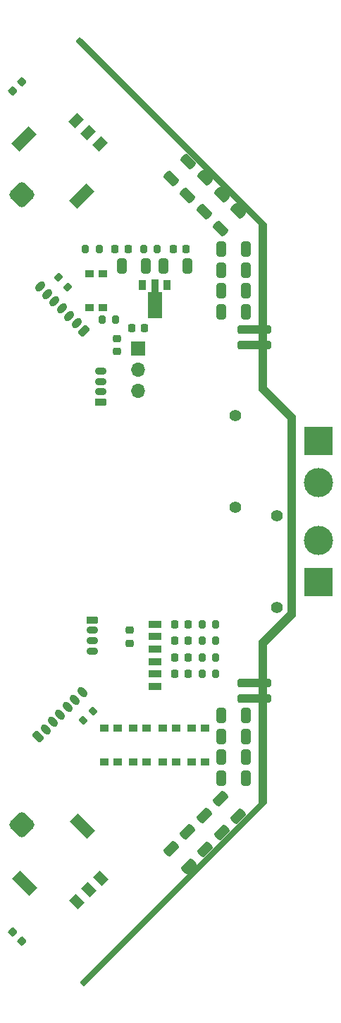
<source format=gbr>
%TF.GenerationSoftware,KiCad,Pcbnew,(6.0.8)*%
%TF.CreationDate,2022-10-14T22:36:05+09:00*%
%TF.ProjectId,ORION_VV_driver_v2,4f52494f-4e5f-4565-965f-647269766572,rev?*%
%TF.SameCoordinates,Original*%
%TF.FileFunction,Soldermask,Top*%
%TF.FilePolarity,Negative*%
%FSLAX46Y46*%
G04 Gerber Fmt 4.6, Leading zero omitted, Abs format (unit mm)*
G04 Created by KiCad (PCBNEW (6.0.8)) date 2022-10-14 22:36:05*
%MOMM*%
%LPD*%
G01*
G04 APERTURE LIST*
G04 Aperture macros list*
%AMRoundRect*
0 Rectangle with rounded corners*
0 $1 Rounding radius*
0 $2 $3 $4 $5 $6 $7 $8 $9 X,Y pos of 4 corners*
0 Add a 4 corners polygon primitive as box body*
4,1,4,$2,$3,$4,$5,$6,$7,$8,$9,$2,$3,0*
0 Add four circle primitives for the rounded corners*
1,1,$1+$1,$2,$3*
1,1,$1+$1,$4,$5*
1,1,$1+$1,$6,$7*
1,1,$1+$1,$8,$9*
0 Add four rect primitives between the rounded corners*
20,1,$1+$1,$2,$3,$4,$5,0*
20,1,$1+$1,$4,$5,$6,$7,0*
20,1,$1+$1,$6,$7,$8,$9,0*
20,1,$1+$1,$8,$9,$2,$3,0*%
%AMHorizOval*
0 Thick line with rounded ends*
0 $1 width*
0 $2 $3 position (X,Y) of the first rounded end (center of the circle)*
0 $4 $5 position (X,Y) of the second rounded end (center of the circle)*
0 Add line between two ends*
20,1,$1,$2,$3,$4,$5,0*
0 Add two circle primitives to create the rounded ends*
1,1,$1,$2,$3*
1,1,$1,$4,$5*%
%AMRotRect*
0 Rectangle, with rotation*
0 The origin of the aperture is its center*
0 $1 length*
0 $2 width*
0 $3 Rotation angle, in degrees counterclockwise*
0 Add horizontal line*
21,1,$1,$2,0,0,$3*%
%AMFreePoly0*
4,1,9,3.862500,-0.866500,0.737500,-0.866500,0.737500,-0.450000,-0.737500,-0.450000,-0.737500,0.450000,0.737500,0.450000,0.737500,0.866500,3.862500,0.866500,3.862500,-0.866500,3.862500,-0.866500,$1*%
G04 Aperture macros list end*
%ADD10RoundRect,0.200000X-0.200000X-0.275000X0.200000X-0.275000X0.200000X0.275000X-0.200000X0.275000X0*%
%ADD11RoundRect,0.218750X-0.218750X-0.256250X0.218750X-0.256250X0.218750X0.256250X-0.218750X0.256250X0*%
%ADD12RoundRect,0.225000X0.475000X-0.225000X0.475000X0.225000X-0.475000X0.225000X-0.475000X-0.225000X0*%
%ADD13O,1.400000X0.900000*%
%ADD14R,0.900000X1.300000*%
%ADD15FreePoly0,270.000000*%
%ADD16RoundRect,0.200000X0.200000X0.275000X-0.200000X0.275000X-0.200000X-0.275000X0.200000X-0.275000X0*%
%ADD17RoundRect,0.218750X0.218750X0.256250X-0.218750X0.256250X-0.218750X-0.256250X0.218750X-0.256250X0*%
%ADD18R,1.000000X0.900000*%
%ADD19RoundRect,0.250000X0.325000X0.650000X-0.325000X0.650000X-0.325000X-0.650000X0.325000X-0.650000X0*%
%ADD20RoundRect,0.250000X1.775000X-0.262500X1.775000X0.262500X-1.775000X0.262500X-1.775000X-0.262500X0*%
%ADD21RoundRect,0.250000X0.689429X0.229810X0.229810X0.689429X-0.689429X-0.229810X-0.229810X-0.689429X0*%
%ADD22RoundRect,0.218750X-0.256250X0.218750X-0.256250X-0.218750X0.256250X-0.218750X0.256250X0.218750X0*%
%ADD23RotRect,1.100000X1.450000X135.000000*%
%ADD24RotRect,1.350000X2.899999X135.000000*%
%ADD25R,1.700000X1.700000*%
%ADD26O,1.700000X1.700000*%
%ADD27C,3.500000*%
%ADD28R,3.500000X3.500000*%
%ADD29C,1.400000*%
%ADD30RoundRect,0.225000X0.494975X0.176777X0.176777X0.494975X-0.494975X-0.176777X-0.176777X-0.494975X0*%
%ADD31HorizOval,0.900000X0.176777X0.176777X-0.176777X-0.176777X0*%
%ADD32RoundRect,0.250000X-0.229810X0.689429X-0.689429X0.229810X0.229810X-0.689429X0.689429X-0.229810X0*%
%ADD33RoundRect,0.250000X-0.325000X-0.650000X0.325000X-0.650000X0.325000X0.650000X-0.325000X0.650000X0*%
%ADD34RoundRect,0.200000X-0.053033X0.335876X-0.335876X0.053033X0.053033X-0.335876X0.335876X-0.053033X0*%
%ADD35RoundRect,0.250000X-1.775000X0.262500X-1.775000X-0.262500X1.775000X-0.262500X1.775000X0.262500X0*%
%ADD36RoundRect,0.225000X-0.475000X0.225000X-0.475000X-0.225000X0.475000X-0.225000X0.475000X0.225000X0*%
%ADD37RoundRect,0.225000X-0.335876X-0.017678X-0.017678X-0.335876X0.335876X0.017678X0.017678X0.335876X0*%
%ADD38RoundRect,0.225000X0.176777X-0.494975X0.494975X-0.176777X-0.176777X0.494975X-0.494975X0.176777X0*%
%ADD39HorizOval,0.900000X-0.176777X0.176777X0.176777X-0.176777X0*%
%ADD40RoundRect,0.225000X0.017678X-0.335876X0.335876X-0.017678X-0.017678X0.335876X-0.335876X0.017678X0*%
%ADD41RoundRect,0.225000X-0.575000X0.225000X-0.575000X-0.225000X0.575000X-0.225000X0.575000X0.225000X0*%
%ADD42RoundRect,0.200000X-0.335876X-0.053033X-0.053033X-0.335876X0.335876X0.053033X0.053033X0.335876X0*%
%ADD43RotRect,1.100000X1.450000X45.000000*%
%ADD44RotRect,1.350000X2.899999X45.000000*%
%ADD45RoundRect,0.625000X0.000000X-0.883883X0.883883X0.000000X0.000000X0.883883X-0.883883X0.000000X0*%
%ADD46RoundRect,0.625000X-0.883883X0.000000X0.000000X-0.883883X0.883883X0.000000X0.000000X0.883883X0*%
G04 APERTURE END LIST*
D10*
%TO.C,R17*%
X115325000Y-68500000D03*
X113675000Y-68500000D03*
%TD*%
%TO.C,R16*%
X106675000Y-68500000D03*
X108325000Y-68500000D03*
%TD*%
D11*
%TO.C,D15*%
X117212500Y-68500000D03*
X118787500Y-68500000D03*
%TD*%
%TO.C,D14*%
X110212500Y-68500000D03*
X111787500Y-68500000D03*
%TD*%
D12*
%TO.C,J2*%
X108500000Y-86875000D03*
D13*
X108500000Y-85625000D03*
X108500000Y-84375000D03*
X108500000Y-83125000D03*
%TD*%
D10*
%TO.C,R5*%
X108675000Y-77000000D03*
X110325000Y-77000000D03*
%TD*%
D14*
%TO.C,U2*%
X113500000Y-72850000D03*
D15*
X115000000Y-72937500D03*
D14*
X116500000Y-72850000D03*
%TD*%
D16*
%TO.C,R2*%
X122325000Y-115500000D03*
X120675000Y-115500000D03*
%TD*%
D17*
%TO.C,D2*%
X119000000Y-115500000D03*
X117425000Y-115500000D03*
%TD*%
D18*
%TO.C,SW4*%
X112450000Y-125950000D03*
X112450000Y-130050000D03*
X114050000Y-130050000D03*
X114050000Y-125950000D03*
%TD*%
D19*
%TO.C,C37*%
X123025000Y-71000000D03*
X125975000Y-71000000D03*
%TD*%
D20*
%TO.C,R26*%
X127000000Y-80000000D03*
X127000000Y-78125000D03*
%TD*%
D21*
%TO.C,C26*%
X125042983Y-136542983D03*
X122957017Y-134457017D03*
%TD*%
D18*
%TO.C,SW5*%
X108950000Y-125950000D03*
X108950000Y-130050000D03*
X110550000Y-130050000D03*
X110550000Y-125950000D03*
%TD*%
D22*
%TO.C,D13*%
X110500000Y-79212500D03*
X110500000Y-80787500D03*
%TD*%
D23*
%TO.C,J12*%
X105596016Y-53075558D03*
X107010230Y-54489772D03*
X108424443Y-55903985D03*
D24*
X99323981Y-55253448D03*
X106246554Y-62176020D03*
%TD*%
D25*
%TO.C,J14*%
X113000000Y-80475000D03*
D26*
X113000000Y-83015000D03*
X113000000Y-85555000D03*
%TD*%
D17*
%TO.C,D1*%
X119000000Y-117540000D03*
X117425000Y-117540000D03*
%TD*%
D22*
%TO.C,D5*%
X112000000Y-114212500D03*
X112000000Y-115787500D03*
%TD*%
D19*
%TO.C,C36*%
X125975000Y-68500000D03*
X123025000Y-68500000D03*
%TD*%
D27*
%TO.C,J11*%
X134675000Y-96500000D03*
D28*
X134675000Y-91500000D03*
D29*
X124675000Y-88500000D03*
X124675000Y-99500000D03*
%TD*%
D30*
%TO.C,J6*%
X106505204Y-78298097D03*
D31*
X105621321Y-77414214D03*
X104737437Y-76530330D03*
X103853554Y-75646447D03*
X102969670Y-74762563D03*
X102085787Y-73878680D03*
X101201903Y-72994796D03*
%TD*%
D21*
%TO.C,C3*%
X119085966Y-142585966D03*
X117000000Y-140500000D03*
%TD*%
D32*
%TO.C,C25*%
X125042983Y-63957017D03*
X122957017Y-66042983D03*
%TD*%
D16*
%TO.C,R4*%
X120675000Y-119500000D03*
X122325000Y-119500000D03*
%TD*%
D18*
%TO.C,SW3*%
X115950000Y-130050000D03*
X115950000Y-125950000D03*
X117550000Y-130050000D03*
X117550000Y-125950000D03*
%TD*%
D16*
%TO.C,R3*%
X122325000Y-113500000D03*
X120675000Y-113500000D03*
%TD*%
D33*
%TO.C,C4*%
X116025000Y-70500000D03*
X118975000Y-70500000D03*
%TD*%
D17*
%TO.C,D4*%
X117425000Y-119500000D03*
X119000000Y-119500000D03*
%TD*%
D18*
%TO.C,SW1*%
X108800000Y-71450000D03*
X108800000Y-75550000D03*
X107200000Y-75550000D03*
X107200000Y-71450000D03*
%TD*%
D34*
%TO.C,R15*%
X107583363Y-123916637D03*
X106416637Y-125083363D03*
%TD*%
D19*
%TO.C,C34*%
X125975000Y-73500000D03*
X123025000Y-73500000D03*
%TD*%
D35*
%TO.C,R20*%
X127000000Y-120562500D03*
X127000000Y-122437500D03*
%TD*%
D19*
%TO.C,C33*%
X125975000Y-132000000D03*
X123025000Y-132000000D03*
%TD*%
D11*
%TO.C,D12*%
X112212500Y-78000000D03*
X113787500Y-78000000D03*
%TD*%
D19*
%TO.C,C32*%
X125975000Y-76000000D03*
X123025000Y-76000000D03*
%TD*%
%TO.C,C2*%
X111025000Y-70500000D03*
X113975000Y-70500000D03*
%TD*%
D36*
%TO.C,J3*%
X107500000Y-113000000D03*
D13*
X107500000Y-114250000D03*
X107500000Y-115500000D03*
X107500000Y-116750000D03*
%TD*%
D37*
%TO.C,C38*%
X97951992Y-150451992D03*
X99048008Y-151548008D03*
%TD*%
D19*
%TO.C,C10*%
X125975000Y-124500000D03*
X123025000Y-124500000D03*
%TD*%
D29*
%TO.C,J15*%
X129650000Y-111500000D03*
X129650000Y-100500000D03*
D28*
X134650000Y-108500000D03*
D27*
X134650000Y-103500000D03*
%TD*%
D16*
%TO.C,R1*%
X122325000Y-117540000D03*
X120675000Y-117540000D03*
%TD*%
D38*
%TO.C,J5*%
X101000000Y-127000000D03*
D39*
X101883883Y-126116117D03*
X102767767Y-125232233D03*
X103651650Y-124348350D03*
X104535534Y-123464466D03*
X105419417Y-122580583D03*
X106303301Y-121696699D03*
%TD*%
D17*
%TO.C,D3*%
X119000000Y-113500000D03*
X117425000Y-113500000D03*
%TD*%
D40*
%TO.C,C39*%
X97951992Y-49548008D03*
X99048008Y-48451992D03*
%TD*%
D41*
%TO.C,J4*%
X115000000Y-113500000D03*
X115000000Y-115000000D03*
X115000000Y-116500000D03*
X115000000Y-118000000D03*
X115000000Y-119500000D03*
X115000000Y-121000000D03*
%TD*%
D19*
%TO.C,C31*%
X125975000Y-129500000D03*
X123025000Y-129500000D03*
%TD*%
D32*
%TO.C,C30*%
X121042983Y-59957017D03*
X118957017Y-62042983D03*
%TD*%
D19*
%TO.C,C35*%
X123025000Y-127000000D03*
X125975000Y-127000000D03*
%TD*%
D42*
%TO.C,R14*%
X103416637Y-71916637D03*
X104583363Y-73083363D03*
%TD*%
D21*
%TO.C,C1*%
X121042983Y-140542983D03*
X118957017Y-138457017D03*
%TD*%
%TO.C,C28*%
X123042983Y-138542983D03*
X120957017Y-136457017D03*
%TD*%
D32*
%TO.C,C27*%
X120957017Y-64042983D03*
X123042983Y-61957017D03*
%TD*%
%TO.C,C29*%
X119042983Y-57957017D03*
X116957017Y-60042983D03*
%TD*%
D43*
%TO.C,J13*%
X108500000Y-144000000D03*
X107085786Y-145414214D03*
X105671573Y-146828427D03*
D44*
X106322110Y-137727965D03*
X99399538Y-144650538D03*
%TD*%
D18*
%TO.C,SW2*%
X119450000Y-125950000D03*
X119450000Y-130050000D03*
X121050000Y-130050000D03*
X121050000Y-125950000D03*
%TD*%
D45*
%TO.C,GD2*%
X99000000Y-62000000D03*
%TD*%
D46*
%TO.C,GD1*%
X99000000Y-137580761D03*
%TD*%
G36*
X106044032Y-43060134D02*
G01*
X106089095Y-43089095D01*
X128463095Y-65463095D01*
X128497121Y-65525407D01*
X128500000Y-65552190D01*
X128500000Y-84981885D01*
X128507530Y-85007530D01*
X131963095Y-88463095D01*
X131997121Y-88525407D01*
X132000000Y-88552190D01*
X132000000Y-112447810D01*
X131979998Y-112515931D01*
X131963095Y-112536905D01*
X128512812Y-115987188D01*
X128500000Y-116010650D01*
X128500000Y-134947810D01*
X128479998Y-135015931D01*
X128463095Y-135036905D01*
X106589095Y-156910905D01*
X106526783Y-156944931D01*
X106455968Y-156939866D01*
X106410905Y-156910905D01*
X106089095Y-156589095D01*
X106055069Y-156526783D01*
X106060134Y-156455968D01*
X106089095Y-156410905D01*
X127487188Y-135012812D01*
X127500000Y-134989350D01*
X127500000Y-115552190D01*
X127520002Y-115484069D01*
X127536905Y-115463095D01*
X130987188Y-112012812D01*
X131000000Y-111989350D01*
X131000000Y-89018115D01*
X130992470Y-88992470D01*
X127536905Y-85536905D01*
X127502879Y-85474593D01*
X127500000Y-85447810D01*
X127500000Y-65518115D01*
X127492470Y-65492470D01*
X105589095Y-43589095D01*
X105555069Y-43526783D01*
X105560134Y-43455968D01*
X105589095Y-43410905D01*
X105910905Y-43089095D01*
X105973217Y-43055069D01*
X106044032Y-43060134D01*
G37*
M02*

</source>
